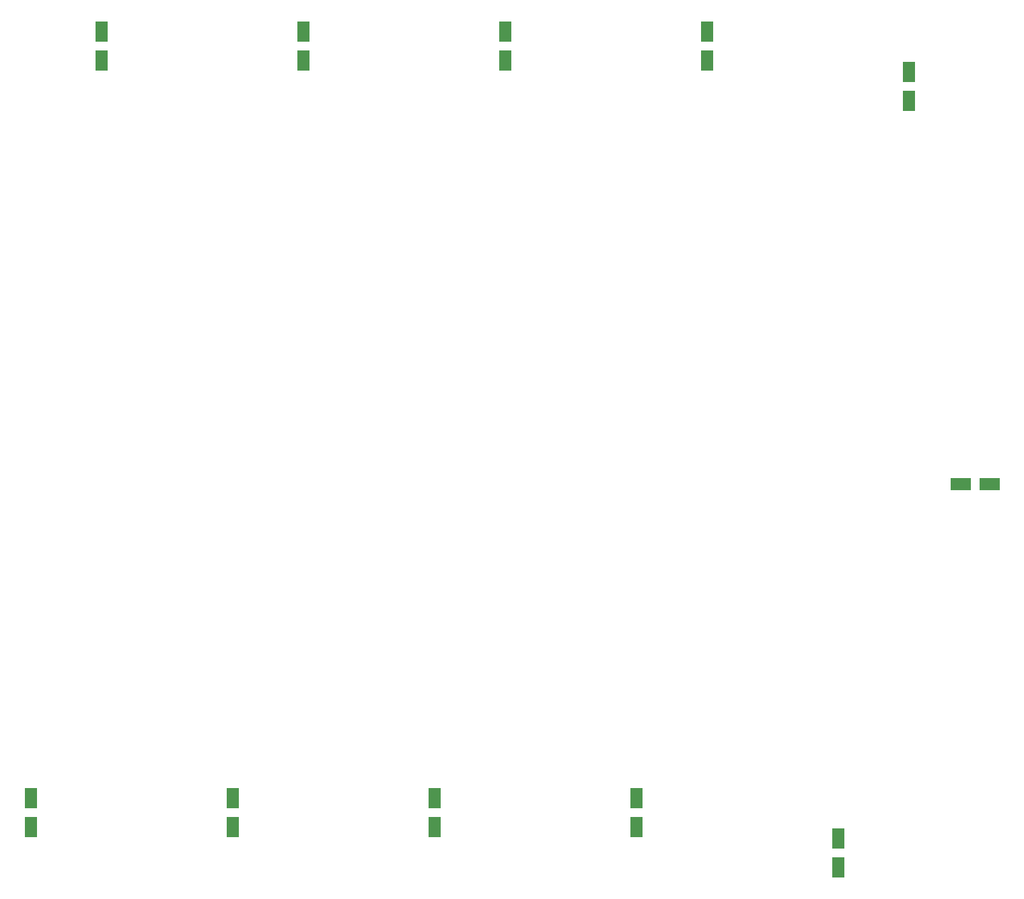
<source format=gtp>
G04 MADE WITH FRITZING*
G04 WWW.FRITZING.ORG*
G04 DOUBLE SIDED*
G04 HOLES PLATED*
G04 CONTOUR ON CENTER OF CONTOUR VECTOR*
%ASAXBY*%
%FSLAX23Y23*%
%MOIN*%
%OFA0B0*%
%SFA1.0B1.0*%
%ADD10R,0.062992X0.102362*%
%ADD11R,0.102362X0.062992*%
%LNPASTEMASK1*%
G90*
G70*
G54D10*
X4887Y1144D03*
X4887Y1002D03*
X3887Y1344D03*
X3887Y1202D03*
X2887Y1344D03*
X2887Y1202D03*
X1887Y1344D03*
X1887Y1202D03*
X887Y1344D03*
X887Y1202D03*
X5237Y4944D03*
X5237Y4802D03*
X4237Y5144D03*
X4237Y5002D03*
X3237Y5144D03*
X3237Y5002D03*
X2237Y5144D03*
X2237Y5002D03*
X1237Y5144D03*
X1237Y5002D03*
G54D11*
X5495Y2902D03*
X5637Y2902D03*
G04 End of PasteMask1*
M02*
</source>
